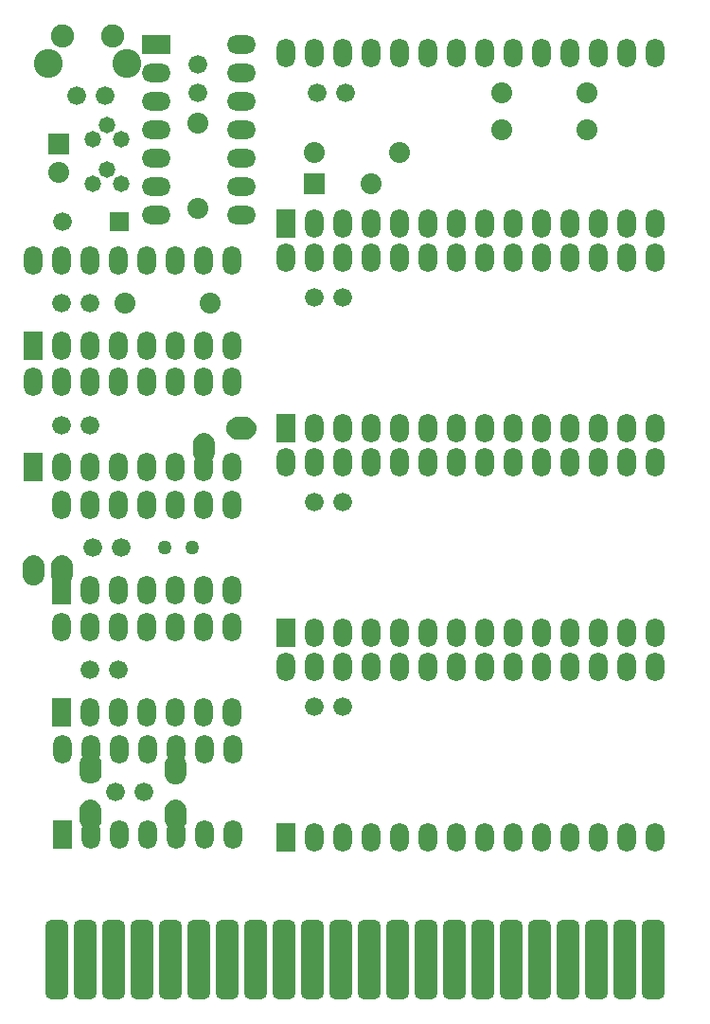
<source format=gbs>
G04*
G04 #@! TF.GenerationSoftware,Altium Limited,Altium Designer,21.0.9 (235)*
G04*
G04 Layer_Color=16711935*
%FSLAX25Y25*%
%MOIN*%
G70*
G04*
G04 #@! TF.SameCoordinates,DA681587-9272-4415-864D-094138AC6A8E*
G04*
G04*
G04 #@! TF.FilePolarity,Negative*
G04*
G01*
G75*
G04:AMPARAMS|DCode=14|XSize=81.73mil|YSize=278.58mil|CornerRadius=21.18mil|HoleSize=0mil|Usage=FLASHONLY|Rotation=0.000|XOffset=0mil|YOffset=0mil|HoleType=Round|Shape=RoundedRectangle|*
%AMROUNDEDRECTD14*
21,1,0.08173,0.23622,0,0,0.0*
21,1,0.03937,0.27858,0,0,0.0*
1,1,0.04236,0.01968,-0.11811*
1,1,0.04236,-0.01968,-0.11811*
1,1,0.04236,-0.01968,0.11811*
1,1,0.04236,0.01968,0.11811*
%
%ADD14ROUNDEDRECTD14*%
%ADD15R,0.06598X0.10142*%
%ADD16O,0.06598X0.10142*%
%ADD17R,0.10142X0.06598*%
%ADD18O,0.10142X0.06598*%
%ADD19C,0.07386*%
%ADD20C,0.06598*%
%ADD21R,0.06598X0.06598*%
%ADD22R,0.07386X0.07386*%
%ADD23C,0.08173*%
%ADD24C,0.10142*%
%ADD25C,0.05811*%
%ADD26R,0.07386X0.07386*%
%ADD27C,0.05024*%
G36*
X24940Y68388D02*
Y65654D01*
X24943Y65139D01*
X24681Y64143D01*
X24171Y63249D01*
X23446Y62519D01*
X22556Y62001D01*
X21563Y61731D01*
X20533Y61728D01*
X19538Y61993D01*
X18646Y62506D01*
X17917Y63233D01*
X17402Y64124D01*
X17135Y65118D01*
Y65633D01*
D01*
X17135Y68367D01*
X17132Y68882D01*
X17393Y69878D01*
X17904Y70772D01*
X18629Y71502D01*
X19519Y72020D01*
X20512Y72290D01*
X21542Y72293D01*
X22537Y72028D01*
X23429Y71515D01*
X24158Y70788D01*
X24673Y69897D01*
X24940Y68903D01*
Y68388D01*
D01*
D02*
G37*
G36*
X17157Y81877D02*
X17157Y84612D01*
X17155Y85127D01*
X17416Y86123D01*
X17927Y87016D01*
X18652Y87747D01*
X19542Y88265D01*
X20535Y88535D01*
X21564Y88537D01*
X22559Y88273D01*
X23452Y87760D01*
X24181Y87033D01*
X24696Y86142D01*
X24963Y85148D01*
Y84633D01*
D01*
Y81898D01*
X24966Y81384D01*
X24704Y80388D01*
X24193Y79494D01*
X23469Y78763D01*
X22579Y78245D01*
X21585Y77976D01*
X20556Y77973D01*
X19561Y78237D01*
X18669Y78750D01*
X17940Y79477D01*
X17424Y80368D01*
X17157Y81363D01*
Y81877D01*
D01*
D02*
G37*
G36*
X54940Y68388D02*
Y65654D01*
X54943Y65139D01*
X54681Y64143D01*
X54171Y63249D01*
X53446Y62519D01*
X52556Y62001D01*
X51563Y61731D01*
X50533Y61728D01*
X49538Y61993D01*
X48646Y62506D01*
X47917Y63233D01*
X47402Y64124D01*
X47135Y65118D01*
Y65633D01*
D01*
X47135Y68367D01*
X47132Y68882D01*
X47394Y69878D01*
X47904Y70772D01*
X48629Y71502D01*
X49519Y72020D01*
X50512Y72290D01*
X51542Y72293D01*
X52537Y72028D01*
X53429Y71515D01*
X54158Y70788D01*
X54673Y69897D01*
X54940Y68903D01*
Y68388D01*
D01*
D02*
G37*
G36*
X47129Y81612D02*
X47129Y84346D01*
X47126Y84861D01*
X47388Y85857D01*
X47899Y86751D01*
X48624Y87481D01*
X49513Y87999D01*
X50507Y88269D01*
X51536Y88272D01*
X52531Y88007D01*
X53424Y87494D01*
X54152Y86767D01*
X54668Y85876D01*
X54935Y84882D01*
Y84367D01*
D01*
Y81633D01*
X54937Y81118D01*
X54676Y80122D01*
X54165Y79228D01*
X53440Y78498D01*
X52551Y77980D01*
X51557Y77710D01*
X50528Y77707D01*
X49533Y77972D01*
X48640Y78485D01*
X47912Y79212D01*
X47396Y80103D01*
X47129Y81097D01*
Y81612D01*
D01*
D02*
G37*
G36*
X4905Y154388D02*
Y151654D01*
X4908Y151139D01*
X4647Y150143D01*
X4136Y149249D01*
X3411Y148519D01*
X2521Y148001D01*
X1528Y147731D01*
X499Y147728D01*
X-496Y147993D01*
X-1389Y148506D01*
X-2118Y149233D01*
X-2633Y150124D01*
X-2900Y151118D01*
Y151632D01*
D01*
X-2900Y154367D01*
X-2903Y154882D01*
X-2641Y155878D01*
X-2131Y156772D01*
X-1406Y157502D01*
X-516Y158020D01*
X477Y158290D01*
X1507Y158293D01*
X2502Y158028D01*
X3394Y157515D01*
X4123Y156788D01*
X4639Y155897D01*
X4905Y154903D01*
Y154388D01*
D01*
D02*
G37*
G36*
X14906D02*
Y151654D01*
X14908Y151139D01*
X14647Y150143D01*
X14136Y149249D01*
X13411Y148519D01*
X12521Y148001D01*
X11528Y147731D01*
X10499Y147728D01*
X9504Y147993D01*
X8611Y148506D01*
X7882Y149233D01*
X7367Y150124D01*
X7100Y151118D01*
Y151632D01*
D01*
X7100Y154367D01*
X7097Y154882D01*
X7359Y155878D01*
X7869Y156772D01*
X8594Y157502D01*
X9484Y158020D01*
X10477Y158290D01*
X11507Y158293D01*
X12502Y158028D01*
X13394Y157515D01*
X14123Y156788D01*
X14639Y155897D01*
X14906Y154903D01*
Y154388D01*
D01*
D02*
G37*
G36*
X57095Y194612D02*
X57095Y197346D01*
X57092Y197861D01*
X57353Y198857D01*
X57864Y199750D01*
X58589Y200481D01*
X59478Y200999D01*
X60472Y201269D01*
X61501Y201272D01*
X62496Y201007D01*
X63389Y200494D01*
X64118Y199767D01*
X64633Y198876D01*
X64900Y197882D01*
Y197368D01*
D01*
Y194632D01*
X64903Y194118D01*
X64641Y193122D01*
X64131Y192228D01*
X63406Y191498D01*
X62516Y190980D01*
X61523Y190710D01*
X60493Y190707D01*
X59498Y190972D01*
X58606Y191485D01*
X57877Y192212D01*
X57361Y193103D01*
X57095Y194097D01*
Y194612D01*
D01*
D02*
G37*
G36*
X72761Y206906D02*
X75496D01*
X76011Y206908D01*
X77006Y206647D01*
X77900Y206136D01*
X78631Y205411D01*
X79149Y204521D01*
X79418Y203528D01*
X79421Y202499D01*
X79157Y201504D01*
X78644Y200611D01*
X77917Y199882D01*
X77026Y199367D01*
X76032Y199100D01*
X75517D01*
D01*
X72782Y199100D01*
X72268Y199097D01*
X71272Y199359D01*
X70378Y199869D01*
X69647Y200594D01*
X69129Y201484D01*
X68860Y202478D01*
X68857Y203507D01*
X69121Y204502D01*
X69634Y205394D01*
X70361Y206123D01*
X71252Y206639D01*
X72246Y206906D01*
X72761D01*
D01*
D02*
G37*
D14*
X29200Y16000D02*
D03*
X19200D02*
D03*
X69200D02*
D03*
X59200D02*
D03*
X49200D02*
D03*
X99200D02*
D03*
X89200D02*
D03*
X129200D02*
D03*
X119200D02*
D03*
X159200D02*
D03*
X149200D02*
D03*
X189200D02*
D03*
X179200D02*
D03*
X219200D02*
D03*
X209200D02*
D03*
X79200D02*
D03*
X39200D02*
D03*
X9200D02*
D03*
X199200D02*
D03*
X169200D02*
D03*
X139200D02*
D03*
X109200D02*
D03*
D15*
X90000Y131000D02*
D03*
X11035Y60000D02*
D03*
X90000Y275000D02*
D03*
X1000Y232000D02*
D03*
X90000Y59000D02*
D03*
Y203000D02*
D03*
X1000Y189228D02*
D03*
X11000Y103000D02*
D03*
Y146000D02*
D03*
D16*
X100000Y131000D02*
D03*
X110000D02*
D03*
X120000D02*
D03*
X130000D02*
D03*
X140000D02*
D03*
X150000D02*
D03*
X160000D02*
D03*
X170000D02*
D03*
X180000D02*
D03*
X190000D02*
D03*
X200000D02*
D03*
X210000D02*
D03*
X220000D02*
D03*
X90000Y191000D02*
D03*
X100000D02*
D03*
X110000D02*
D03*
X120000D02*
D03*
X130000D02*
D03*
X140000D02*
D03*
X150000D02*
D03*
X160000D02*
D03*
X170000D02*
D03*
X180000D02*
D03*
X190000D02*
D03*
X200000D02*
D03*
X210000D02*
D03*
X220000D02*
D03*
X21035Y60000D02*
D03*
X31035D02*
D03*
X41035D02*
D03*
X51035D02*
D03*
X61035D02*
D03*
X71035D02*
D03*
X11035Y90000D02*
D03*
X21035D02*
D03*
X31035D02*
D03*
X41035D02*
D03*
X51035D02*
D03*
X61035D02*
D03*
X71035D02*
D03*
X100000Y275000D02*
D03*
X110000D02*
D03*
X120000D02*
D03*
X130000D02*
D03*
X140000D02*
D03*
X150000D02*
D03*
X160000D02*
D03*
X170000D02*
D03*
X180000D02*
D03*
X190000D02*
D03*
X200000D02*
D03*
X210000D02*
D03*
X220000D02*
D03*
X90000Y335000D02*
D03*
X100000D02*
D03*
X110000D02*
D03*
X120000D02*
D03*
X130000D02*
D03*
X140000D02*
D03*
X150000D02*
D03*
X160000D02*
D03*
X170000D02*
D03*
X180000D02*
D03*
X190000D02*
D03*
X200000D02*
D03*
X210000D02*
D03*
X220000D02*
D03*
X71000Y232000D02*
D03*
Y262000D02*
D03*
X61000D02*
D03*
X51000D02*
D03*
X41000D02*
D03*
X31000D02*
D03*
X21000D02*
D03*
X61000Y232000D02*
D03*
X51000D02*
D03*
X41000D02*
D03*
X31000D02*
D03*
X21000D02*
D03*
X11000D02*
D03*
Y262000D02*
D03*
X1000D02*
D03*
X100000Y59000D02*
D03*
X110000D02*
D03*
X120000D02*
D03*
X130000D02*
D03*
X140000D02*
D03*
X150000D02*
D03*
X160000D02*
D03*
X170000D02*
D03*
X180000D02*
D03*
X190000D02*
D03*
X200000D02*
D03*
X210000D02*
D03*
X220000D02*
D03*
X90000Y119000D02*
D03*
X100000D02*
D03*
X110000D02*
D03*
X120000D02*
D03*
X130000D02*
D03*
X140000D02*
D03*
X150000D02*
D03*
X160000D02*
D03*
X170000D02*
D03*
X180000D02*
D03*
X190000D02*
D03*
X200000D02*
D03*
X210000D02*
D03*
X220000D02*
D03*
X100000Y203000D02*
D03*
X110000D02*
D03*
X120000D02*
D03*
X130000D02*
D03*
X140000D02*
D03*
X150000D02*
D03*
X160000D02*
D03*
X170000D02*
D03*
X180000D02*
D03*
X190000D02*
D03*
X200000D02*
D03*
X210000D02*
D03*
X220000D02*
D03*
X90000Y263000D02*
D03*
X100000D02*
D03*
X110000D02*
D03*
X120000D02*
D03*
X130000D02*
D03*
X140000D02*
D03*
X150000D02*
D03*
X160000D02*
D03*
X170000D02*
D03*
X180000D02*
D03*
X190000D02*
D03*
X200000D02*
D03*
X210000D02*
D03*
X220000D02*
D03*
X71000Y189228D02*
D03*
Y219228D02*
D03*
X61000D02*
D03*
X51000D02*
D03*
X41000D02*
D03*
X31000D02*
D03*
X21000D02*
D03*
X61000Y189228D02*
D03*
X51000D02*
D03*
X41000D02*
D03*
X31000D02*
D03*
X21000D02*
D03*
X11000D02*
D03*
Y219228D02*
D03*
X1000D02*
D03*
X21000Y103000D02*
D03*
X31000D02*
D03*
X41000D02*
D03*
X51000D02*
D03*
X61000D02*
D03*
X71000D02*
D03*
X11000Y133000D02*
D03*
X21000D02*
D03*
X31000D02*
D03*
X41000D02*
D03*
X51000D02*
D03*
X61000D02*
D03*
X71000D02*
D03*
X21000Y146000D02*
D03*
X31000D02*
D03*
X41000D02*
D03*
X51000D02*
D03*
X61000D02*
D03*
X71000D02*
D03*
X11000Y176000D02*
D03*
X21000D02*
D03*
X31000D02*
D03*
X41000D02*
D03*
X51000D02*
D03*
X61000D02*
D03*
X71000D02*
D03*
D17*
X44150Y338000D02*
D03*
D18*
Y328000D02*
D03*
Y318000D02*
D03*
Y308000D02*
D03*
Y298000D02*
D03*
Y288000D02*
D03*
Y278000D02*
D03*
X74150Y338000D02*
D03*
Y328000D02*
D03*
Y318000D02*
D03*
Y308000D02*
D03*
Y298000D02*
D03*
Y288000D02*
D03*
Y278000D02*
D03*
D19*
X166000Y321000D02*
D03*
X196000D02*
D03*
X120000Y289000D02*
D03*
X166000Y308000D02*
D03*
X196000D02*
D03*
X33227Y247000D02*
D03*
X63227D02*
D03*
X100000Y300000D02*
D03*
X130000D02*
D03*
X10000Y293000D02*
D03*
X59000Y310227D02*
D03*
Y280227D02*
D03*
D20*
X11051Y275772D02*
D03*
X16216Y320150D02*
D03*
X26216D02*
D03*
X59000Y321150D02*
D03*
Y331150D02*
D03*
X21000Y247000D02*
D03*
X11000D02*
D03*
X21000Y204000D02*
D03*
X11000D02*
D03*
X32000Y161000D02*
D03*
X22000D02*
D03*
X31000Y118000D02*
D03*
X21000D02*
D03*
X40000Y75000D02*
D03*
X30000D02*
D03*
X110000Y105000D02*
D03*
X100000D02*
D03*
X110000Y177000D02*
D03*
X100000D02*
D03*
X110000Y249000D02*
D03*
X100000D02*
D03*
X111000Y321000D02*
D03*
X101000D02*
D03*
D21*
X31051Y275773D02*
D03*
D22*
X100000Y289000D02*
D03*
D23*
X11283Y341000D02*
D03*
X29000D02*
D03*
D24*
X6342Y331197D02*
D03*
X33941Y331500D02*
D03*
D25*
X32000Y289000D02*
D03*
X27000Y294000D02*
D03*
X22000Y289000D02*
D03*
Y304850D02*
D03*
X27000Y309850D02*
D03*
X32000Y304850D02*
D03*
D26*
X10000Y303000D02*
D03*
D27*
X57000Y161000D02*
D03*
X47157D02*
D03*
M02*

</source>
